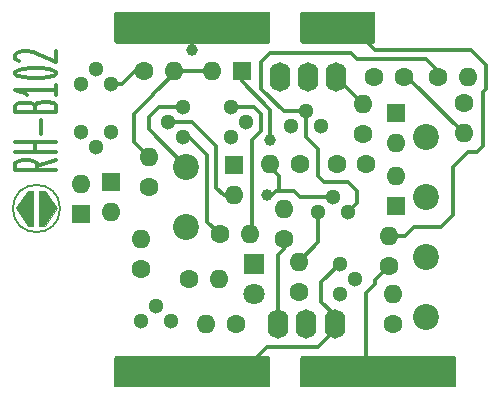
<source format=gbr>
%TF.GenerationSoftware,KiCad,Pcbnew,6.0.2+dfsg-1*%
%TF.CreationDate,2023-01-26T19:30:15+01:00*%
%TF.ProjectId,SK25,534b3235-2e6b-4696-9361-645f70636258,rev?*%
%TF.SameCoordinates,Original*%
%TF.FileFunction,Copper,L1,Top*%
%TF.FilePolarity,Positive*%
%FSLAX46Y46*%
G04 Gerber Fmt 4.6, Leading zero omitted, Abs format (unit mm)*
G04 Created by KiCad (PCBNEW 6.0.2+dfsg-1) date 2023-01-26 19:30:15*
%MOMM*%
%LPD*%
G01*
G04 APERTURE LIST*
%TA.AperFunction,NonConductor*%
%ADD10C,0.100000*%
%TD*%
%TA.AperFunction,NonConductor*%
%ADD11C,0.150000*%
%TD*%
%ADD12C,0.350000*%
%TA.AperFunction,NonConductor*%
%ADD13C,0.350000*%
%TD*%
%TA.AperFunction,ComponentPad*%
%ADD14C,1.600000*%
%TD*%
%TA.AperFunction,ComponentPad*%
%ADD15R,1.600000X1.600000*%
%TD*%
%TA.AperFunction,ComponentPad*%
%ADD16O,1.600000X1.600000*%
%TD*%
%TA.AperFunction,ComponentPad*%
%ADD17R,1.800000X1.800000*%
%TD*%
%TA.AperFunction,ComponentPad*%
%ADD18C,1.800000*%
%TD*%
%TA.AperFunction,ComponentPad*%
%ADD19C,2.200000*%
%TD*%
%TA.AperFunction,ComponentPad*%
%ADD20C,1.300000*%
%TD*%
%TA.AperFunction,ComponentPad*%
%ADD21O,1.747520X2.499360*%
%TD*%
%TA.AperFunction,ViaPad*%
%ADD22C,1.000000*%
%TD*%
%TA.AperFunction,Conductor*%
%ADD23C,0.350000*%
%TD*%
G04 APERTURE END LIST*
D10*
X135140000Y-94750000D02*
X135640000Y-94750000D01*
X135640000Y-94750000D02*
X135640000Y-97750000D01*
X135640000Y-97750000D02*
X135140000Y-97750000D01*
X135140000Y-97750000D02*
X134140000Y-96250000D01*
X134140000Y-96250000D02*
X135140000Y-94750000D01*
G36*
X135640000Y-97750000D02*
G01*
X135140000Y-97750000D01*
X134140000Y-96250000D01*
X135140000Y-94750000D01*
X135640000Y-94750000D01*
X135640000Y-97750000D01*
G37*
X135640000Y-97750000D02*
X135140000Y-97750000D01*
X134140000Y-96250000D01*
X135140000Y-94750000D01*
X135640000Y-94750000D01*
X135640000Y-97750000D01*
X136640000Y-94750000D02*
X137640000Y-96250000D01*
X137640000Y-96250000D02*
X136640000Y-97750000D01*
X136640000Y-97750000D02*
X136140000Y-97750000D01*
X136140000Y-97750000D02*
X136140000Y-94750000D01*
X136140000Y-94750000D02*
X136640000Y-94750000D01*
G36*
X137640000Y-96250000D02*
G01*
X136640000Y-97750000D01*
X136140000Y-97750000D01*
X136140000Y-94750000D01*
X136640000Y-94750000D01*
X137640000Y-96250000D01*
G37*
X137640000Y-96250000D02*
X136640000Y-97750000D01*
X136140000Y-97750000D01*
X136140000Y-94750000D01*
X136640000Y-94750000D01*
X137640000Y-96250000D01*
D11*
X137890000Y-96250000D02*
G75*
G03*
X137890000Y-96250000I-2000000J0D01*
G01*
D12*
D13*
X137583333Y-92142857D02*
X135916666Y-92642857D01*
X137583333Y-93000000D02*
X134083333Y-93000000D01*
X134083333Y-92428571D01*
X134250000Y-92285714D01*
X134416666Y-92214285D01*
X134750000Y-92142857D01*
X135250000Y-92142857D01*
X135583333Y-92214285D01*
X135750000Y-92285714D01*
X135916666Y-92428571D01*
X135916666Y-93000000D01*
X137583333Y-91500000D02*
X134083333Y-91500000D01*
X135750000Y-91500000D02*
X135750000Y-90642857D01*
X137583333Y-90642857D02*
X134083333Y-90642857D01*
X136250000Y-89928571D02*
X136250000Y-88785714D01*
X135750000Y-87571428D02*
X135916666Y-87357142D01*
X136083333Y-87285714D01*
X136416666Y-87214285D01*
X136916666Y-87214285D01*
X137250000Y-87285714D01*
X137416666Y-87357142D01*
X137583333Y-87500000D01*
X137583333Y-88071428D01*
X134083333Y-88071428D01*
X134083333Y-87571428D01*
X134250000Y-87428571D01*
X134416666Y-87357142D01*
X134750000Y-87285714D01*
X135083333Y-87285714D01*
X135416666Y-87357142D01*
X135583333Y-87428571D01*
X135750000Y-87571428D01*
X135750000Y-88071428D01*
X137583333Y-85785714D02*
X137583333Y-86642857D01*
X137583333Y-86214285D02*
X134083333Y-86214285D01*
X134583333Y-86357142D01*
X134916666Y-86500000D01*
X135083333Y-86642857D01*
X134083333Y-84857142D02*
X134083333Y-84714285D01*
X134250000Y-84571428D01*
X134416666Y-84500000D01*
X134750000Y-84428571D01*
X135416666Y-84357142D01*
X136250000Y-84357142D01*
X136916666Y-84428571D01*
X137250000Y-84500000D01*
X137416666Y-84571428D01*
X137583333Y-84714285D01*
X137583333Y-84857142D01*
X137416666Y-85000000D01*
X137250000Y-85071428D01*
X136916666Y-85142857D01*
X136250000Y-85214285D01*
X135416666Y-85214285D01*
X134750000Y-85142857D01*
X134416666Y-85071428D01*
X134250000Y-85000000D01*
X134083333Y-84857142D01*
X134416666Y-83785714D02*
X134250000Y-83714285D01*
X134083333Y-83571428D01*
X134083333Y-83214285D01*
X134250000Y-83071428D01*
X134416666Y-83000000D01*
X134750000Y-82928571D01*
X135083333Y-82928571D01*
X135583333Y-83000000D01*
X137583333Y-83857142D01*
X137583333Y-82928571D01*
D14*
%TO.P,C1,1*%
%TO.N,Net-(C1-Pad1)*%
X163810000Y-92456000D03*
%TO.P,C1,2*%
%TO.N,Net-(C1-Pad2)*%
X161310000Y-92456000D03*
%TD*%
D15*
%TO.P,D1,1,K*%
%TO.N,Net-(D1-Pad1)*%
X142240000Y-93980000D03*
D16*
%TO.P,D1,2,A*%
%TO.N,Net-(D1-Pad2)*%
X142240000Y-96520000D03*
%TD*%
D15*
%TO.P,D2,1,K*%
%TO.N,Net-(D1-Pad2)*%
X139700000Y-96675686D03*
D16*
%TO.P,D2,2,A*%
%TO.N,Net-(D1-Pad1)*%
X139700000Y-94135686D03*
%TD*%
D17*
%TO.P,D3,1,K*%
%TO.N,Net-(D3-Pad1)*%
X154305000Y-100965000D03*
D18*
%TO.P,D3,2,A*%
%TO.N,Net-(D3-Pad2)*%
X154305000Y-103505000D03*
%TD*%
D15*
%TO.P,D4,1,K*%
%TO.N,Net-(D4-Pad1)*%
X153260315Y-84582000D03*
D16*
%TO.P,D4,2,A*%
%TO.N,Net-(C2-Pad2)*%
X150720315Y-84582000D03*
%TD*%
D15*
%TO.P,D5,1,K*%
%TO.N,Net-(D5-Pad1)*%
X163830000Y-109728000D03*
D16*
%TO.P,D5,2,A*%
%TO.N,Net-(D5-Pad2)*%
X153670000Y-109728000D03*
%TD*%
D15*
%TO.P,D6,1,K*%
%TO.N,Net-(C1-Pad1)*%
X152908000Y-81280000D03*
D16*
%TO.P,D6,2,A*%
%TO.N,Net-(D6-Pad2)*%
X163068000Y-81280000D03*
%TD*%
D15*
%TO.P,D7,1,K*%
%TO.N,Net-(D5-Pad2)*%
X166370000Y-96040686D03*
D16*
%TO.P,D7,2,A*%
%TO.N,Net-(D7-Pad2)*%
X166370000Y-93500686D03*
%TD*%
D15*
%TO.P,D8,1,K*%
%TO.N,Net-(D7-Pad2)*%
X166370000Y-88138000D03*
D16*
%TO.P,D8,2,A*%
%TO.N,Net-(C1-Pad1)*%
X166370000Y-90678000D03*
%TD*%
D15*
%TO.P,D9,1,K*%
%TO.N,Net-(C1-Pad1)*%
X152654000Y-92554315D03*
D16*
%TO.P,D9,2,A*%
%TO.N,Net-(D9-Pad2)*%
X152654000Y-95094315D03*
%TD*%
D19*
%TO.P,J2,1,Pin_1*%
%TO.N,Net-(D1-Pad1)*%
X148590000Y-92710000D03*
%TD*%
%TO.P,J3,1,Pin_1*%
%TO.N,Net-(D3-Pad2)*%
X168910000Y-105410000D03*
%TD*%
%TO.P,J4,1,Pin_1*%
%TO.N,Net-(D7-Pad2)*%
X168910000Y-90170000D03*
%TD*%
%TO.P,J5,1,Pin_1*%
%TO.N,Net-(C2-Pad2)*%
X168910000Y-95250000D03*
%TD*%
D14*
%TO.P,L1,1,1*%
%TO.N,Net-(L1-Pad1)*%
X151405000Y-98425000D03*
D16*
%TO.P,L1,2,2*%
%TO.N,Net-(L1-Pad2)*%
X153945000Y-98425000D03*
%TD*%
D20*
%TO.P,Q2,1,E*%
%TO.N,Net-(L1-Pad1)*%
X148315000Y-90170000D03*
%TO.P,Q2,2,C*%
%TO.N,Net-(D9-Pad2)*%
X147045000Y-88900000D03*
%TO.P,Q2,3,B*%
%TO.N,Net-(D1-Pad1)*%
X148315000Y-87630000D03*
%TD*%
%TO.P,Q3,1,E*%
%TO.N,Net-(L1-Pad2)*%
X152400000Y-87630000D03*
%TO.P,Q3,2,C*%
%TO.N,Net-(Q3-Pad2)*%
X153670000Y-88900000D03*
%TO.P,Q3,3,B*%
%TO.N,Net-(D1-Pad2)*%
X152400000Y-90170000D03*
%TD*%
%TO.P,Q4,1,C*%
%TO.N,Net-(D9-Pad2)*%
X139700000Y-85725000D03*
%TO.P,Q4,2,B*%
%TO.N,Net-(Q3-Pad2)*%
X140970000Y-84455000D03*
%TO.P,Q4,3,E*%
%TO.N,Net-(Q4-Pad3)*%
X142240000Y-85725000D03*
%TD*%
%TO.P,Q5,1,C*%
%TO.N,Net-(Q3-Pad2)*%
X142240000Y-89810000D03*
%TO.P,Q5,2,B*%
X140970000Y-91080000D03*
%TO.P,Q5,3,E*%
%TO.N,Net-(Q5-Pad3)*%
X139700000Y-89810000D03*
%TD*%
%TO.P,Q6,1,C*%
%TO.N,Net-(D4-Pad1)*%
X159766000Y-96520000D03*
%TO.P,Q6,2,B*%
%TO.N,Net-(D9-Pad2)*%
X161036000Y-95250000D03*
%TO.P,Q6,3,E*%
%TO.N,Net-(Q6-Pad3)*%
X162306000Y-96520000D03*
%TD*%
%TO.P,Q7,1,C*%
%TO.N,Net-(D5-Pad2)*%
X161565000Y-100965000D03*
%TO.P,Q7,2,B*%
%TO.N,Net-(D3-Pad1)*%
X162835000Y-102235000D03*
%TO.P,Q7,3,E*%
%TO.N,Net-(Q7-Pad3)*%
X161565000Y-103505000D03*
%TD*%
%TO.P,Q8,1,C*%
%TO.N,Net-(C1-Pad1)*%
X157480000Y-89260000D03*
%TO.P,Q8,2,B*%
%TO.N,Net-(Q6-Pad3)*%
X158750000Y-87990000D03*
%TO.P,Q8,3,E*%
%TO.N,Net-(C2-Pad1)*%
X160020000Y-89260000D03*
%TD*%
D21*
%TO.P,Q10,1,E*%
%TO.N,Net-(Q10-Pad1)*%
X161290000Y-85090000D03*
%TO.P,Q10,2,C*%
%TO.N,Net-(C2-Pad2)*%
X158902400Y-85090000D03*
%TO.P,Q10,3,B*%
%TO.N,Net-(C1-Pad1)*%
X156514800Y-85090000D03*
%TD*%
D14*
%TO.P,R1,1*%
%TO.N,Net-(D3-Pad2)*%
X152810000Y-106045000D03*
D16*
%TO.P,R1,2*%
%TO.N,Net-(Q1-Pad3)*%
X150270000Y-106045000D03*
%TD*%
D14*
%TO.P,R2,1*%
%TO.N,Net-(Q1-Pad1)*%
X144780000Y-101375000D03*
D16*
%TO.P,R2,2*%
%TO.N,Net-(L1-Pad1)*%
X144780000Y-98835000D03*
%TD*%
D14*
%TO.P,R3,1*%
%TO.N,Net-(Q1-Pad1)*%
X148815000Y-102235000D03*
D16*
%TO.P,R3,2*%
%TO.N,Net-(L1-Pad2)*%
X151355000Y-102235000D03*
%TD*%
D14*
%TO.P,R4,1*%
%TO.N,Net-(Q4-Pad3)*%
X145005000Y-84582000D03*
D16*
%TO.P,R4,2*%
%TO.N,Net-(C2-Pad2)*%
X147545000Y-84582000D03*
%TD*%
D14*
%TO.P,R5,1*%
%TO.N,Net-(Q5-Pad3)*%
X145415000Y-94390000D03*
D16*
%TO.P,R5,2*%
%TO.N,Net-(C2-Pad2)*%
X145415000Y-91850000D03*
%TD*%
D14*
%TO.P,R6,1*%
%TO.N,Net-(D3-Pad1)*%
X158115000Y-103280000D03*
D16*
%TO.P,R6,2*%
%TO.N,Net-(D4-Pad1)*%
X158115000Y-100740000D03*
%TD*%
D14*
%TO.P,R7,1*%
%TO.N,Net-(C1-Pad2)*%
X158242000Y-92456000D03*
D16*
%TO.P,R7,2*%
%TO.N,Net-(D9-Pad2)*%
X155702000Y-92456000D03*
%TD*%
D14*
%TO.P,R8,1*%
%TO.N,Net-(Q6-Pad3)*%
X169897000Y-85090000D03*
D16*
%TO.P,R8,2*%
%TO.N,Net-(C2-Pad2)*%
X172437000Y-85090000D03*
%TD*%
D14*
%TO.P,R9,1*%
%TO.N,Net-(D3-Pad2)*%
X166116000Y-106045000D03*
D16*
%TO.P,R9,2*%
%TO.N,Net-(Q7-Pad3)*%
X166116000Y-103505000D03*
%TD*%
D14*
%TO.P,R10,1*%
%TO.N,Net-(D5-Pad1)*%
X165735000Y-101121000D03*
D16*
%TO.P,R10,2*%
%TO.N,Net-(D6-Pad2)*%
X165735000Y-98581000D03*
%TD*%
D14*
%TO.P,R12,1*%
%TO.N,Net-(Q9-Pad1)*%
X156845000Y-98835000D03*
D16*
%TO.P,R12,2*%
%TO.N,Net-(D7-Pad2)*%
X156845000Y-96295000D03*
%TD*%
D14*
%TO.P,R13,1*%
%TO.N,Net-(D7-Pad2)*%
X163576000Y-89945000D03*
D16*
%TO.P,R13,2*%
%TO.N,Net-(Q10-Pad1)*%
X163576000Y-87405000D03*
%TD*%
D19*
%TO.P,J6,1,Pin_1*%
%TO.N,GND*%
X168910000Y-100330000D03*
%TD*%
%TO.P,J1,1,Pin_1*%
%TO.N,Net-(D1-Pad2)*%
X148590000Y-97790000D03*
%TD*%
D21*
%TO.P,Q9,1,E*%
%TO.N,Net-(Q9-Pad1)*%
X156362400Y-106045000D03*
%TO.P,Q9,2,C*%
%TO.N,Net-(D3-Pad2)*%
X158750000Y-106045000D03*
%TO.P,Q9,3,B*%
%TO.N,Net-(D5-Pad2)*%
X161137600Y-106045000D03*
%TD*%
D14*
%TO.P,C2,1*%
%TO.N,Net-(C2-Pad1)*%
X164485000Y-85090000D03*
%TO.P,C2,2*%
%TO.N,Net-(C2-Pad2)*%
X166985000Y-85090000D03*
%TD*%
D20*
%TO.P,Q1,1,C*%
%TO.N,Net-(Q1-Pad1)*%
X144780000Y-105770000D03*
%TO.P,Q1,2,B*%
%TO.N,Net-(D3-Pad1)*%
X146050000Y-104500000D03*
%TO.P,Q1,3,E*%
%TO.N,Net-(Q1-Pad3)*%
X147320000Y-105770000D03*
%TD*%
D14*
%TO.P,R11,1*%
%TO.N,Net-(C2-Pad1)*%
X172085000Y-87347000D03*
D16*
%TO.P,R11,2*%
%TO.N,Net-(C2-Pad2)*%
X172085000Y-89887000D03*
%TD*%
D22*
%TO.N,Net-(C1-Pad1)*%
X149098000Y-82804000D03*
%TO.N,Net-(D4-Pad1)*%
X155702000Y-90424000D03*
%TO.N,Net-(D9-Pad2)*%
X155448000Y-95094315D03*
%TD*%
D23*
%TO.N,Net-(C1-Pad1)*%
X149352000Y-81280000D02*
X149098000Y-81534000D01*
X149098000Y-82804000D02*
X149098000Y-81534000D01*
X152908000Y-81280000D02*
X149352000Y-81280000D01*
%TO.N,Net-(C2-Pad2)*%
X171929000Y-89887000D02*
X172085000Y-89887000D01*
X144145000Y-88265000D02*
X145796000Y-86614000D01*
X150720315Y-84582000D02*
X147799000Y-84582000D01*
X145796000Y-86585000D02*
X145796000Y-86614000D01*
X167288000Y-85090000D02*
X166985000Y-85090000D01*
X145415000Y-91850000D02*
X144145000Y-90580000D01*
X144145000Y-90580000D02*
X144145000Y-88265000D01*
X172085000Y-89887000D02*
X167288000Y-85090000D01*
X147799000Y-84582000D02*
X145796000Y-86585000D01*
X172085000Y-90170000D02*
X171958000Y-90170000D01*
%TO.N,Net-(D1-Pad1)*%
X145415000Y-88519000D02*
X146304000Y-87630000D01*
X148590000Y-92710000D02*
X145415000Y-89535000D01*
X146304000Y-87630000D02*
X148315000Y-87630000D01*
X145415000Y-89535000D02*
X145415000Y-88519000D01*
%TO.N,Net-(D4-Pad1)*%
X159766000Y-99089000D02*
X159766000Y-96520000D01*
X155702000Y-87884000D02*
X153260315Y-85442315D01*
X153260315Y-85442315D02*
X153260315Y-84582000D01*
X155702000Y-90424000D02*
X155702000Y-87884000D01*
X158115000Y-100740000D02*
X159766000Y-99089000D01*
%TO.N,Net-(D5-Pad2)*%
X159766000Y-107950000D02*
X161137600Y-106578400D01*
X161137600Y-105257600D02*
X160020000Y-104140000D01*
X161137600Y-106578400D02*
X161137600Y-106045000D01*
X160020000Y-102510000D02*
X161565000Y-100965000D01*
X160020000Y-104140000D02*
X160020000Y-102510000D01*
X153670000Y-109728000D02*
X155448000Y-107950000D01*
X161137600Y-106045000D02*
X161137600Y-105257600D01*
X161137600Y-106045000D02*
X161137600Y-106832400D01*
X155448000Y-107950000D02*
X159766000Y-107950000D01*
%TO.N,Net-(D5-Pad1)*%
X164592000Y-102264000D02*
X165735000Y-101121000D01*
X164592000Y-102616000D02*
X164592000Y-102264000D01*
X163830000Y-103378000D02*
X164592000Y-102616000D01*
X163830000Y-103378000D02*
X163830000Y-109728000D01*
%TO.N,Net-(D6-Pad2)*%
X171196000Y-92710000D02*
X171196000Y-96774000D01*
X163068000Y-81280000D02*
X164592000Y-82804000D01*
X173990000Y-86106000D02*
X173736000Y-86360000D01*
X170180000Y-97790000D02*
X167894000Y-97790000D01*
X173228000Y-91440000D02*
X172466000Y-91440000D01*
X172720000Y-82804000D02*
X173990000Y-84074000D01*
X173990000Y-84074000D02*
X173990000Y-86106000D01*
X172466000Y-91440000D02*
X171196000Y-92710000D01*
X167103000Y-98581000D02*
X165735000Y-98581000D01*
X173736000Y-90932000D02*
X173228000Y-91440000D01*
X164592000Y-82804000D02*
X172720000Y-82804000D01*
X173736000Y-86360000D02*
X173736000Y-90932000D01*
X167894000Y-97790000D02*
X167103000Y-98581000D01*
X171196000Y-96774000D02*
X170180000Y-97790000D01*
%TO.N,Net-(D9-Pad2)*%
X161036000Y-95250000D02*
X158242000Y-95250000D01*
X155448000Y-95094315D02*
X155857685Y-95094315D01*
X155857685Y-95094315D02*
X156210000Y-94742000D01*
X149094022Y-88900000D02*
X151130000Y-90935978D01*
X158242000Y-95250000D02*
X157734000Y-94742000D01*
X157734000Y-94742000D02*
X156464000Y-94742000D01*
X156464000Y-93472000D02*
X155702000Y-92710000D01*
X151736315Y-95094315D02*
X152654000Y-95094315D01*
X147045000Y-88900000D02*
X149094022Y-88900000D01*
X156210000Y-94742000D02*
X156464000Y-94742000D01*
X151130000Y-94488000D02*
X151736315Y-95094315D01*
X156464000Y-94742000D02*
X156464000Y-93472000D01*
X151130000Y-90935978D02*
X151130000Y-94488000D01*
%TO.N,Net-(L1-Pad1)*%
X151405000Y-98425000D02*
X150368000Y-97388000D01*
X150368000Y-97388000D02*
X150368000Y-91694000D01*
X148844000Y-90170000D02*
X148315000Y-90170000D01*
X150368000Y-91694000D02*
X148844000Y-90170000D01*
%TO.N,Net-(L1-Pad2)*%
X153945000Y-98425000D02*
X154178000Y-98192000D01*
X154178000Y-98192000D02*
X154178000Y-90424000D01*
X154178000Y-90424000D02*
X154940000Y-89662000D01*
X154940000Y-88265000D02*
X154305000Y-87630000D01*
X154305000Y-87630000D02*
X152400000Y-87630000D01*
X154940000Y-89662000D02*
X154940000Y-88265000D01*
%TO.N,Net-(Q4-Pad3)*%
X145259000Y-84582000D02*
X144272000Y-84582000D01*
X144272000Y-84582000D02*
X143129000Y-85725000D01*
X143129000Y-85725000D02*
X142240000Y-85725000D01*
%TO.N,Net-(Q6-Pad3)*%
X154940000Y-86106000D02*
X156824000Y-87990000D01*
X168881000Y-83566000D02*
X163068000Y-83566000D01*
X162560000Y-83058000D02*
X155702000Y-83058000D01*
X162306000Y-96520000D02*
X163068000Y-95758000D01*
X163068000Y-83566000D02*
X162560000Y-83058000D01*
X160274000Y-93980000D02*
X159766000Y-93472000D01*
X155702000Y-83058000D02*
X154940000Y-83820000D01*
X169897000Y-84582000D02*
X168881000Y-83566000D01*
X159766000Y-91186000D02*
X158750000Y-90170000D01*
X159766000Y-93472000D02*
X159766000Y-91186000D01*
X163068000Y-95758000D02*
X163068000Y-94742000D01*
X163068000Y-94742000D02*
X162306000Y-93980000D01*
X162306000Y-93980000D02*
X160274000Y-93980000D01*
X156824000Y-87990000D02*
X158750000Y-87990000D01*
X158750000Y-90170000D02*
X158750000Y-87990000D01*
X154940000Y-83820000D02*
X154940000Y-86106000D01*
%TO.N,Net-(Q9-Pad1)*%
X156362400Y-100177600D02*
X156362400Y-106045000D01*
X156845000Y-99695000D02*
X156362400Y-100177600D01*
X156845000Y-98835000D02*
X156845000Y-99695000D01*
%TO.N,Net-(Q10-Pad1)*%
X161290000Y-85090000D02*
X161290000Y-85119000D01*
X161290000Y-85119000D02*
X163576000Y-87405000D01*
%TD*%
%TA.AperFunction,Conductor*%
%TO.N,Net-(D6-Pad2)*%
G36*
X164534121Y-79622002D02*
G01*
X164580614Y-79675658D01*
X164592000Y-79728000D01*
X164592000Y-82083590D01*
X164589579Y-82108171D01*
X164581666Y-82147953D01*
X164562852Y-82193374D01*
X164547345Y-82216582D01*
X164512582Y-82251345D01*
X164489374Y-82266852D01*
X164443953Y-82285666D01*
X164404171Y-82293579D01*
X164379590Y-82296000D01*
X158454410Y-82296000D01*
X158429829Y-82293579D01*
X158390047Y-82285666D01*
X158344626Y-82266852D01*
X158321418Y-82251345D01*
X158286655Y-82216582D01*
X158271148Y-82193374D01*
X158252334Y-82147953D01*
X158244421Y-82108171D01*
X158242000Y-82083590D01*
X158242000Y-79728000D01*
X158262002Y-79659879D01*
X158315658Y-79613386D01*
X158368000Y-79602000D01*
X164466000Y-79602000D01*
X164534121Y-79622002D01*
G37*
%TD.AperFunction*%
%TD*%
%TA.AperFunction,Conductor*%
%TO.N,Net-(D5-Pad1)*%
G36*
X171262171Y-108714421D02*
G01*
X171301953Y-108722334D01*
X171347374Y-108741148D01*
X171370582Y-108756655D01*
X171405345Y-108791418D01*
X171420852Y-108814626D01*
X171439666Y-108860047D01*
X171447579Y-108899829D01*
X171450000Y-108924410D01*
X171450000Y-111274000D01*
X171429998Y-111342121D01*
X171376342Y-111388614D01*
X171324000Y-111400000D01*
X158368000Y-111400000D01*
X158299879Y-111379998D01*
X158253386Y-111326342D01*
X158242000Y-111274000D01*
X158242000Y-108924410D01*
X158244421Y-108899829D01*
X158252334Y-108860047D01*
X158271148Y-108814626D01*
X158286655Y-108791418D01*
X158321418Y-108756655D01*
X158344626Y-108741148D01*
X158390047Y-108722334D01*
X158429829Y-108714421D01*
X158454410Y-108712000D01*
X171237590Y-108712000D01*
X171262171Y-108714421D01*
G37*
%TD.AperFunction*%
%TD*%
%TA.AperFunction,Conductor*%
%TO.N,Net-(D5-Pad2)*%
G36*
X155514171Y-108714421D02*
G01*
X155553953Y-108722334D01*
X155599374Y-108741148D01*
X155622582Y-108756655D01*
X155657345Y-108791418D01*
X155672852Y-108814626D01*
X155691666Y-108860047D01*
X155699579Y-108899829D01*
X155702000Y-108924410D01*
X155702000Y-111274000D01*
X155681998Y-111342121D01*
X155628342Y-111388614D01*
X155576000Y-111400000D01*
X142620000Y-111400000D01*
X142551879Y-111379998D01*
X142505386Y-111326342D01*
X142494000Y-111274000D01*
X142494000Y-108924410D01*
X142496421Y-108899829D01*
X142504334Y-108860047D01*
X142523148Y-108814626D01*
X142538655Y-108791418D01*
X142573418Y-108756655D01*
X142596626Y-108741148D01*
X142642047Y-108722334D01*
X142681829Y-108714421D01*
X142706410Y-108712000D01*
X155489590Y-108712000D01*
X155514171Y-108714421D01*
G37*
%TD.AperFunction*%
%TD*%
%TA.AperFunction,Conductor*%
%TO.N,Net-(C1-Pad1)*%
G36*
X155644121Y-79622002D02*
G01*
X155690614Y-79675658D01*
X155702000Y-79728000D01*
X155702000Y-82083590D01*
X155699579Y-82108171D01*
X155691666Y-82147953D01*
X155672852Y-82193374D01*
X155657345Y-82216582D01*
X155622582Y-82251345D01*
X155599374Y-82266852D01*
X155553953Y-82285666D01*
X155514171Y-82293579D01*
X155489590Y-82296000D01*
X142706410Y-82296000D01*
X142681829Y-82293579D01*
X142642047Y-82285666D01*
X142596626Y-82266852D01*
X142573418Y-82251345D01*
X142538655Y-82216582D01*
X142523148Y-82193374D01*
X142504334Y-82147953D01*
X142496421Y-82108171D01*
X142494000Y-82083590D01*
X142494000Y-79728000D01*
X142514002Y-79659879D01*
X142567658Y-79613386D01*
X142620000Y-79602000D01*
X155576000Y-79602000D01*
X155644121Y-79622002D01*
G37*
%TD.AperFunction*%
%TD*%
M02*

</source>
